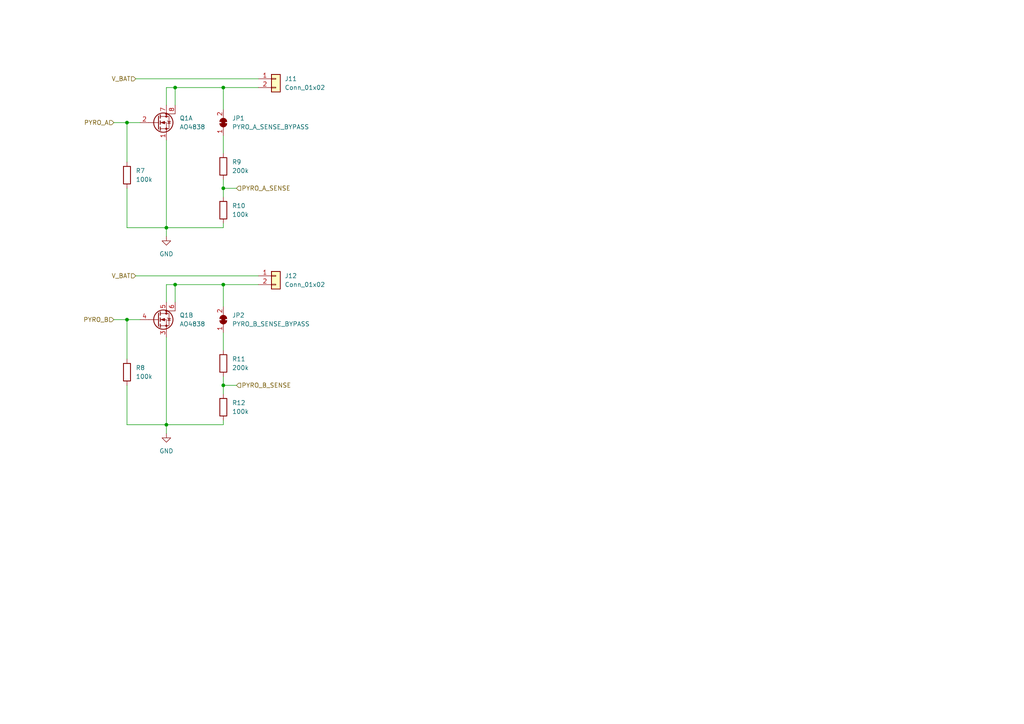
<source format=kicad_sch>
(kicad_sch (version 20211123) (generator eeschema)
  (paper "A4")
  (title_block (title "High-Current Channel Output Control") (date "2022-10-23") (rev "1.0") (company "Rose-Hulman Institute of Technology") (comment 1 "Author: Evelyn Gordon") (comment 2 "For Rose Rocketry"))
  (lib_symbols
    (symbol "Connector_Generic:Conn_01x02" (pin_names (offset 1.016) hide)
      (property "Reference" "J" (at 0 2.54 0))
      (property "Value" "Conn_01x02" (at 0 -5.08 0))
      (symbol "Conn_01x02_1_1"
        (rectangle (start -1.27 -2.413) (end 0 -2.667) (stroke (width 0.1524)))
        (rectangle (start -1.27 0.127) (end 0 -0.127) (stroke (width 0.1524)))
        (rectangle (start -1.27 1.27) (end 1.27 -3.81) (stroke (width 0.254)) (fill (type background)))
        (pin passive line (at -5.08 0 0) (length 3.81) (name "Pin_1") (number "1"))
        (pin passive line (at -5.08 -2.54 0) (length 3.81) (name "Pin_2") (number "2"))
      )
    )
    (symbol "Device:Q_Dual_NMOS_S1G1S2G2D2D2D1D1" (pin_names (offset 0) hide)
      (property "Reference" "Q" (at 5.08 1.27 0))
      (property "Value" "Q_Dual_NMOS_S1G1S2G2D2D2D1D1" (at 5.08 -1.27 0))
      (symbol "Q_Dual_NMOS_S1G1S2G2D2D2D1D1_0_1"
        (polyline (pts (xy 0.254 0) (xy -2.54 0)))
        (polyline (pts (xy 0.254 1.905) (xy 0.254 -1.905)) (stroke (width 0.254)))
        (polyline (pts (xy 0.762 -1.27) (xy 0.762 -2.286)) (stroke (width 0.254)))
        (polyline (pts (xy 0.762 0.508) (xy 0.762 -0.508)) (stroke (width 0.254)))
        (polyline (pts (xy 0.762 2.286) (xy 0.762 1.27)) (stroke (width 0.254)))
        (polyline (pts (xy 2.54 2.54) (xy 2.54 1.778)))
        (polyline (pts (xy 5.08 2.54) (xy 2.54 2.54)))
        (polyline (pts (xy 2.54 -2.54) (xy 2.54 0) (xy 0.762 0)))
        (polyline (pts (xy 0.762 -1.778) (xy 3.302 -1.778) (xy 3.302 1.778) (xy 0.762 1.778)))
        (polyline (pts (xy 1.016 0) (xy 2.032 0.381) (xy 2.032 -0.381) (xy 1.016 0)) (fill (type outline)))
        (polyline (pts (xy 2.794 0.508) (xy 2.921 0.381) (xy 3.683 0.381) (xy 3.81 0.254)))
        (polyline (pts (xy 3.302 0.381) (xy 2.921 -0.254) (xy 3.683 -0.254) (xy 3.302 0.381)))
        (circle (center 1.651 0) (radius 2.794) (stroke (width 0.254)))
        (circle (center 2.54 -1.778) (radius 0.254) (fill (type outline)))
        (circle (center 2.54 1.778) (radius 0.254) (fill (type outline)))
        (circle (center 2.54 2.54) (radius 0.254) (fill (type outline)))
      )
      (symbol "Q_Dual_NMOS_S1G1S2G2D2D2D1D1_1_1"
        (pin passive line (at 2.54 -5.08 90) (length 2.54) (name "S") (number "1"))
        (pin input line (at -5.08 0 0) (length 2.54) (name "G") (number "2"))
        (pin passive line (at 2.54 5.08 270) (length 2.54) (name "D") (number "7"))
        (pin passive line (at 5.08 5.08 270) (length 2.54) (name "D") (number "8"))
      )
      (symbol "Q_Dual_NMOS_S1G1S2G2D2D2D1D1_2_1"
        (pin passive line (at 2.54 -5.08 90) (length 2.54) (name "S") (number "3"))
        (pin input line (at -5.08 0 0) (length 2.54) (name "G") (number "4"))
        (pin passive line (at 2.54 5.08 270) (length 2.54) (name "D") (number "5"))
        (pin passive line (at 5.08 5.08 270) (length 2.54) (name "D") (number "6"))
      )
    )
    (symbol "Device:R" (pin_numbers hide) (pin_names (offset 0))
      (property "Reference" "R" (at 2.032 0 90))
      (property "Value" "R" (at 0 0 90))
      (symbol "R_0_1"
        (rectangle (start -1.016 -2.54) (end 1.016 2.54) (stroke (width 0.254)))
      )
      (symbol "R_1_1"
        (pin passive line (at 0 3.81 270) (length 1.27) (name "~") (number "1"))
        (pin passive line (at 0 -3.81 90) (length 1.27) (name "~") (number "2"))
      )
    )
    (symbol "Jumper:SolderJumper_2_Bridged" (pin_names (offset 0) hide)
      (property "Reference" "JP" (at 0 2.032 0))
      (property "Value" "SolderJumper_2_Bridged" (at 0 -2.54 0))
      (symbol "SolderJumper_2_Bridged_0_1"
        (rectangle (start -0.508 0.508) (end 0.508 -0.508) (fill (type outline)))
        (arc (start -0.254 1.016) (mid -1.27 0) (end -0.254 -1.016))
        (arc (start -0.254 1.016) (mid -1.27 0) (end -0.254 -1.016) (fill (type outline)))
        (polyline (pts (xy -0.254 1.016) (xy -0.254 -1.016)))
        (polyline (pts (xy 0.254 1.016) (xy 0.254 -1.016)))
        (arc (start 0.254 -1.016) (mid 1.27 0) (end 0.254 1.016))
        (arc (start 0.254 -1.016) (mid 1.27 0) (end 0.254 1.016) (fill (type outline)))
      )
      (symbol "SolderJumper_2_Bridged_1_1"
        (pin passive line (at -3.81 0 0) (length 2.54) (name "A") (number "1"))
        (pin passive line (at 3.81 0 180) (length 2.54) (name "B") (number "2"))
      )
    )
    (symbol "power:GND" (power) (pin_names (offset 0))
      (property "Value" "GND" (at 0 -3.81 0))
      (symbol "GND_0_1"
        (polyline (pts (xy 0 0) (xy 0 -1.27) (xy 1.27 -1.27) (xy 0 -2.54) (xy -1.27 -1.27) (xy 0 -1.27)))
      )
      (symbol "GND_1_1"
        (pin power_in line (at 0 0 270) (length 0) hide (name "GND") (number "1"))
      )
    )
  )
  (junction (at 64.77 82.55))
  (junction (at 50.8 82.55))
  (junction (at 50.8 25.4))
  (junction (at 48.26 123.19))
  (junction (at 36.83 92.71))
  (junction (at 64.77 111.76))
  (junction (at 36.83 35.56))
  (junction (at 64.77 54.61))
  (junction (at 64.77 25.4))
  (junction (at 48.26 66.04))
  (wire (pts (xy 64.77 96.52) (xy 64.77 101.6)))
  (wire (pts (xy 48.26 82.55) (xy 48.26 87.63)))
  (wire (pts (xy 50.8 25.4) (xy 50.8 30.48)))
  (wire (pts (xy 36.83 35.56) (xy 36.83 46.99)))
  (wire (pts (xy 64.77 82.55) (xy 74.93 82.55)))
  (wire (pts (xy 64.77 54.61) (xy 68.58 54.61)))
  (wire (pts (xy 36.83 35.56) (xy 40.64 35.56)))
  (wire (pts (xy 39.37 80.01) (xy 74.93 80.01)))
  (wire (pts (xy 48.26 66.04) (xy 64.77 66.04)))
  (wire (pts (xy 50.8 25.4) (xy 48.26 25.4)))
  (wire (pts (xy 64.77 54.61) (xy 64.77 57.15)))
  (wire (pts (xy 50.8 82.55) (xy 50.8 87.63)))
  (wire (pts (xy 48.26 25.4) (xy 48.26 30.48)))
  (wire (pts (xy 50.8 82.55) (xy 64.77 82.55)))
  (wire (pts (xy 64.77 52.07) (xy 64.77 54.61)))
  (wire (pts (xy 36.83 123.19) (xy 48.26 123.19)))
  (wire (pts (xy 48.26 97.79) (xy 48.26 123.19)))
  (wire (pts (xy 36.83 111.76) (xy 36.83 123.19)))
  (wire (pts (xy 64.77 109.22) (xy 64.77 111.76)))
  (wire (pts (xy 50.8 25.4) (xy 64.77 25.4)))
  (wire (pts (xy 48.26 123.19) (xy 64.77 123.19)))
  (wire (pts (xy 64.77 66.04) (xy 64.77 64.77)))
  (wire (pts (xy 64.77 25.4) (xy 74.93 25.4)))
  (wire (pts (xy 64.77 123.19) (xy 64.77 121.92)))
  (wire (pts (xy 50.8 82.55) (xy 48.26 82.55)))
  (wire (pts (xy 33.02 92.71) (xy 36.83 92.71)))
  (wire (pts (xy 36.83 54.61) (xy 36.83 66.04)))
  (wire (pts (xy 36.83 92.71) (xy 36.83 104.14)))
  (wire (pts (xy 36.83 66.04) (xy 48.26 66.04)))
  (wire (pts (xy 39.37 22.86) (xy 74.93 22.86)))
  (wire (pts (xy 48.26 66.04) (xy 48.26 68.58)))
  (wire (pts (xy 64.77 82.55) (xy 64.77 88.9)))
  (wire (pts (xy 36.83 92.71) (xy 40.64 92.71)))
  (wire (pts (xy 48.26 123.19) (xy 48.26 125.73)))
  (wire (pts (xy 64.77 111.76) (xy 64.77 114.3)))
  (wire (pts (xy 48.26 40.64) (xy 48.26 66.04)))
  (wire (pts (xy 33.02 35.56) (xy 36.83 35.56)))
  (wire (pts (xy 64.77 25.4) (xy 64.77 31.75)))
  (wire (pts (xy 64.77 111.76) (xy 68.58 111.76)))
  (wire (pts (xy 64.77 39.37) (xy 64.77 44.45)))
  (hierarchical_label "PYRO_A" (shape input) (at 33.02 35.56 180))
  (hierarchical_label "PYRO_B_SENSE" (shape input) (at 68.58 111.76 0))
  (hierarchical_label "PYRO_A_SENSE" (shape input) (at 68.58 54.61 0))
  (hierarchical_label "V_BAT" (shape input) (at 39.37 22.86 180))
  (hierarchical_label "PYRO_B" (shape input) (at 33.02 92.71 180))
  (hierarchical_label "V_BAT" (shape input) (at 39.37 80.01 180))
  (symbol (lib_id "Device:R") (at 36.83 50.8 0) (unit 1)
    (property "Reference" "R7" (at 39.37 49.5299 0) (effects (justify left)))
    (property "Value" "100k" (at 39.37 52.0699 0) (effects (justify left)))
    (property "Footprint" "Resistor_SMD:R_0603_1608Metric" (effects hide))
  )
  (symbol (lib_id "Jumper:SolderJumper_2_Bridged") (at 64.77 35.56 90) (unit 1)
    (property "Reference" "JP1" (at 67.31 34.2899 90) (effects (justify right)))
    (property "Value" "PYRO_A_SENSE_BYPASS" (at 67.31 36.8299 90) (effects (justify right)))
    (property "Footprint" "Jumper:SolderJumper-2_P1.3mm_Bridged_RoundedPad1.0x1.5mm" (effects hide))
  )
  (symbol (lib_id "power:GND") (at 48.26 125.73 0) (unit 1)
    (property "Reference" "#PWR023" (effects hide))
    (property "Value" "GND" (at 48.26 130.81 0))
  )
  (symbol (lib_id "Device:R") (at 64.77 60.96 0) (unit 1)
    (property "Reference" "R10" (at 67.31 59.6899 0) (effects (justify left)))
    (property "Value" "100k" (at 67.31 62.2299 0) (effects (justify left)))
    (property "Footprint" "Resistor_SMD:R_0603_1608Metric" (effects hide))
  )
  (symbol (lib_id "Device:R") (at 64.77 118.11 0) (unit 1)
    (property "Reference" "R12" (at 67.31 116.8399 0) (effects (justify left)))
    (property "Value" "100k" (at 67.31 119.3799 0) (effects (justify left)))
    (property "Footprint" "Resistor_SMD:R_0603_1608Metric" (effects hide))
  )
  (symbol (lib_id "Device:R") (at 36.83 107.95 0) (unit 1)
    (property "Reference" "R8" (at 39.37 106.6799 0) (effects (justify left)))
    (property "Value" "100k" (at 39.37 109.2199 0) (effects (justify left)))
    (property "Footprint" "Resistor_SMD:R_0603_1608Metric" (effects hide))
  )
  (symbol (lib_id "Device:Q_Dual_NMOS_S1G1S2G2D2D2D1D1") (at 45.72 92.71 0) (unit 2)
    (property "Reference" "Q1" (at 52.07 91.4399 0) (effects (justify left)))
    (property "Value" "AO4838" (at 52.07 93.9799 0) (effects (justify left)))
    (property "Footprint" "Package_SO:SOIC-8_3.9x4.9mm_P1.27mm" (effects hide))
  )
  (symbol (lib_id "power:GND") (at 48.26 68.58 0) (unit 1)
    (property "Reference" "#PWR022" (effects hide))
    (property "Value" "GND" (at 48.26 73.66 0))
  )
  (symbol (lib_id "Device:Q_Dual_NMOS_S1G1S2G2D2D2D1D1") (at 45.72 35.56 0) (unit 1)
    (property "Reference" "Q1" (at 52.07 34.2899 0) (effects (justify left)))
    (property "Value" "AO4838" (at 52.07 36.8299 0) (effects (justify left)))
    (property "Footprint" "Package_SO:SOIC-8_3.9x4.9mm_P1.27mm" (effects hide))
  )
  (symbol (lib_id "Connector_Generic:Conn_01x02") (at 80.01 22.86 0) (unit 1)
    (property "Reference" "J11" (at 82.55 22.8599 0) (effects (justify left)))
    (property "Value" "Conn_01x02" (at 82.55 25.3999 0) (effects (justify left)))
    (property "Footprint" "TerminalBlock:TerminalBlock_bornier-2_P5.08mm" (effects hide))
  )
  (symbol (lib_id "Device:R") (at 64.77 105.41 0) (unit 1)
    (property "Reference" "R11" (at 67.31 104.1399 0) (effects (justify left)))
    (property "Value" "200k" (at 67.31 106.6799 0) (effects (justify left)))
    (property "Footprint" "Resistor_SMD:R_0603_1608Metric" (effects hide))
  )
  (symbol (lib_id "Device:R") (at 64.77 48.26 0) (unit 1)
    (property "Reference" "R9" (at 67.31 46.9899 0) (effects (justify left)))
    (property "Value" "200k" (at 67.31 49.5299 0) (effects (justify left)))
    (property "Footprint" "Resistor_SMD:R_0603_1608Metric" (effects hide))
  )
  (symbol (lib_id "Connector_Generic:Conn_01x02") (at 80.01 80.01 0) (unit 1)
    (property "Reference" "J12" (at 82.55 80.0099 0) (effects (justify left)))
    (property "Value" "Conn_01x02" (at 82.55 82.5499 0) (effects (justify left)))
    (property "Footprint" "TerminalBlock:TerminalBlock_bornier-2_P5.08mm" (effects hide))
  )
  (symbol (lib_id "Jumper:SolderJumper_2_Bridged") (at 64.77 92.71 90) (unit 1)
    (property "Reference" "JP2" (at 67.31 91.4399 90) (effects (justify right)))
    (property "Value" "PYRO_B_SENSE_BYPASS" (at 67.31 93.9799 90) (effects (justify right)))
    (property "Footprint" "Jumper:SolderJumper-2_P1.3mm_Bridged_RoundedPad1.0x1.5mm" (effects hide))
  )
)
</source>
